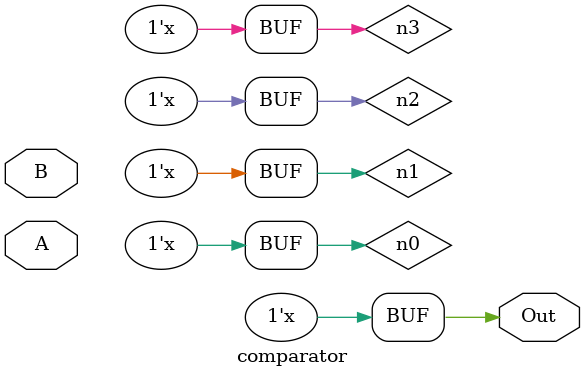
<source format=v>
module comparator (
input[3:0] A,B,output Out);

wire n0, n1, n2, n3;
xnor xnor0(n0, a[0], b[0]);
xnor xnor1(n1, a[1], b[1]);
xnor xnor2(n2, a[2], b[2]);
xnor xnor3(n3, a[3], b[3]);
and and0( Out, n0, n1, n2, n3);
endmodule

</source>
